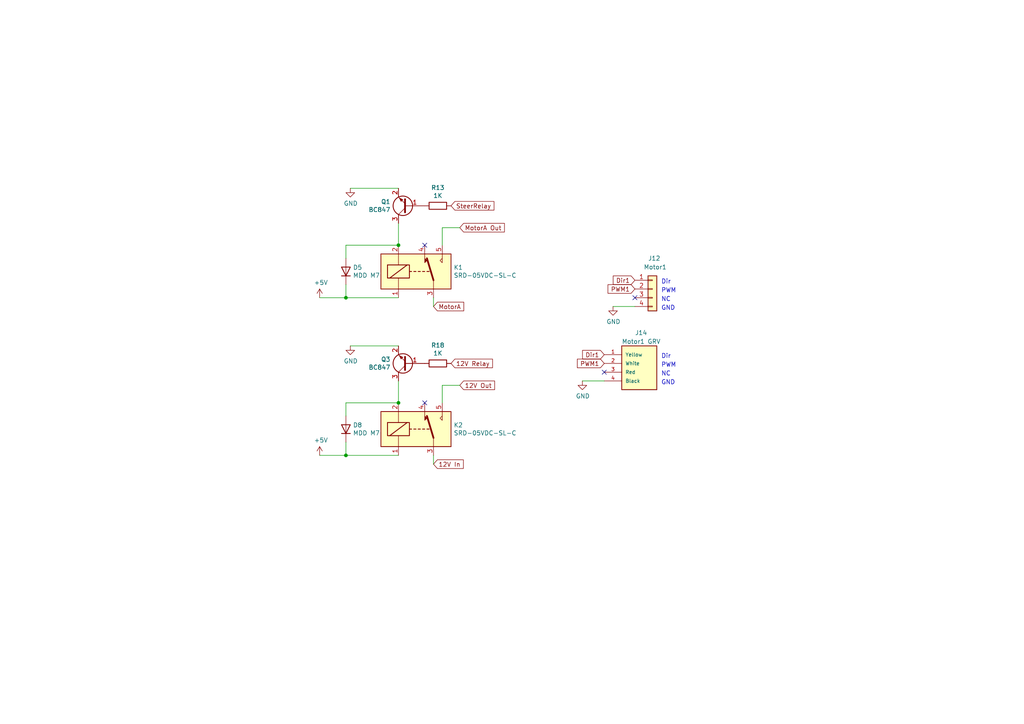
<source format=kicad_sch>
(kicad_sch (version 20211123) (generator eeschema)
  (paper "A4")
  (title_block (title "Motor") (date "2023-03-07"))
  (lib_symbols
    (symbol "Connector_Generic:Conn_01x04" (pin_names (offset 1.016) hide)
      (property "Reference" "J" (at 0 5.08 0))
      (property "Value" "Conn_01x04" (at 0 -7.62 0))
      (symbol "Conn_01x04_1_1"
        (rectangle (start -1.27 -4.953) (end 0 -5.207) (stroke (width 0.1524)))
        (rectangle (start -1.27 -2.413) (end 0 -2.667) (stroke (width 0.1524)))
        (rectangle (start -1.27 0.127) (end 0 -0.127) (stroke (width 0.1524)))
        (rectangle (start -1.27 2.667) (end 0 2.413) (stroke (width 0.1524)))
        (rectangle (start -1.27 3.81) (end 1.27 -6.35) (stroke (width 0.254)) (fill (type background)))
        (pin passive line (at -5.08 2.54 0) (length 3.81) (name "Pin_1") (number "1"))
        (pin passive line (at -5.08 0 0) (length 3.81) (name "Pin_2") (number "2"))
        (pin passive line (at -5.08 -2.54 0) (length 3.81) (name "Pin_3") (number "3"))
        (pin passive line (at -5.08 -5.08 0) (length 3.81) (name "Pin_4") (number "4"))
      )
    )
    (symbol "Device:R" (pin_numbers hide) (pin_names (offset 0))
      (property "Reference" "R" (at 2.032 0 90))
      (property "Value" "R" (at 0 0 90))
      (symbol "R_0_1"
        (rectangle (start -1.016 -2.54) (end 1.016 2.54) (stroke (width 0.254)))
      )
      (symbol "R_1_1"
        (pin passive line (at 0 3.81 270) (length 1.27) (name "~") (number "1"))
        (pin passive line (at 0 -3.81 90) (length 1.27) (name "~") (number "2"))
      )
    )
    (symbol "Diode:MRA4003T3G" (pin_numbers hide) (pin_names hide)
      (property "Reference" "D" (at 0 2.54 0))
      (property "Value" "MRA4003T3G" (at 0 -2.54 0))
      (symbol "MRA4003T3G_0_1"
        (polyline (pts (xy -1.27 1.27) (xy -1.27 -1.27)) (stroke (width 0.254)))
        (polyline (pts (xy 1.27 0) (xy -1.27 0)))
        (polyline (pts (xy 1.27 1.27) (xy 1.27 -1.27) (xy -1.27 0) (xy 1.27 1.27)) (stroke (width 0.254)))
      )
      (symbol "MRA4003T3G_1_1"
        (pin passive line (at -3.81 0 0) (length 2.54) (name "K") (number "1"))
        (pin passive line (at 3.81 0 180) (length 2.54) (name "A") (number "2"))
      )
    )
    (symbol "MyLib:Grove" (pin_names (offset 1.016))
      (property "Reference" "J" (at 0 8.89 0))
      (property "Value" "Grove" (at -2.54 6.35 0))
      (symbol "Grove_0_0"
        (rectangle (start -5.08 -7.62) (end 5.08 5.08) (stroke (width 0.254)) (fill (type background)))
        (pin passive line (at -10.16 2.54 0) (length 5.08) (name "Yellow") (number "1"))
        (pin passive line (at -10.16 0 0) (length 5.08) (name "White") (number "2"))
        (pin passive line (at -10.16 -2.54 0) (length 5.08) (name "Red") (number "3"))
        (pin passive line (at -10.16 -5.08 0) (length 5.08) (name "Black") (number "4"))
      )
    )
    (symbol "MyLib:SRD-05VDC-SL-C"
      (property "Reference" "K" (at 11.43 3.81 0))
      (property "Value" "SRD-05VDC-SL-C" (at 11.43 1.27 0))
      (symbol "SRD-05VDC-SL-C_0_0"
        (polyline (pts (xy 7.62 5.08) (xy 7.62 2.54) (xy 6.985 3.175) (xy 7.62 3.81)))
      )
      (symbol "SRD-05VDC-SL-C_0_1"
        (rectangle (start -10.16 5.08) (end 10.16 -5.08) (stroke (width 0.254)) (fill (type background)))
        (rectangle (start -8.255 1.905) (end -1.905 -1.905) (stroke (width 0.254)))
        (polyline (pts (xy -7.62 -1.905) (xy -2.54 1.905)) (stroke (width 0.254)))
        (polyline (pts (xy -5.08 -5.08) (xy -5.08 -1.905)))
        (polyline (pts (xy -5.08 5.08) (xy -5.08 1.905)))
        (polyline (pts (xy -1.905 0) (xy -1.27 0)) (stroke (width 0.254)))
        (polyline (pts (xy -0.635 0) (xy 0 0)) (stroke (width 0.254)))
        (polyline (pts (xy 0.635 0) (xy 1.27 0)) (stroke (width 0.254)))
        (polyline (pts (xy 1.905 0) (xy 2.54 0)) (stroke (width 0.254)))
        (polyline (pts (xy 3.175 0) (xy 3.81 0)) (stroke (width 0.254)))
        (polyline (pts (xy 5.08 -2.54) (xy 3.175 3.81)) (stroke (width 0.508)))
        (polyline (pts (xy 5.08 -2.54) (xy 5.08 -5.08)))
        (polyline (pts (xy 2.54 5.08) (xy 2.54 2.54) (xy 3.175 3.175) (xy 2.54 3.81)) (fill (type outline)))
      )
      (symbol "SRD-05VDC-SL-C_1_1"
        (pin passive line (at -5.08 -7.62 90) (length 2.54) (name "~") (number "1"))
        (pin passive line (at -5.08 7.62 270) (length 2.54) (name "~") (number "2"))
        (pin passive line (at 5.08 -7.62 90) (length 2.54) (name "~") (number "3"))
        (pin passive line (at 2.54 7.62 270) (length 2.54) (name "~") (number "4"))
        (pin passive line (at 7.62 7.62 270) (length 2.54) (name "~") (number "5"))
      )
    )
    (symbol "Transistor_BJT:BC847" (pin_names (offset 0) hide)
      (property "Reference" "Q" (at 5.08 1.905 0))
      (property "Value" "BC847" (at 5.08 0 0))
      (symbol "BC847_0_1"
        (polyline (pts (xy 0.635 0.635) (xy 2.54 2.54)))
        (polyline (pts (xy 0.635 -0.635) (xy 2.54 -2.54) (xy 2.54 -2.54)))
        (polyline (pts (xy 0.635 1.905) (xy 0.635 -1.905) (xy 0.635 -1.905)) (stroke (width 0.508)))
        (polyline (pts (xy 1.27 -1.778) (xy 1.778 -1.27) (xy 2.286 -2.286) (xy 1.27 -1.778) (xy 1.27 -1.778)) (fill (type outline)))
        (circle (center 1.27 0) (radius 2.8194) (stroke (width 0.254)))
      )
      (symbol "BC847_1_1"
        (pin input line (at -5.08 0 0) (length 5.715) (name "B") (number "1"))
        (pin passive line (at 2.54 -5.08 90) (length 2.54) (name "E") (number "2"))
        (pin passive line (at 2.54 5.08 270) (length 2.54) (name "C") (number "3"))
      )
    )
    (symbol "power:+5V" (power) (pin_names (offset 0))
      (property "Value" "+5V" (at 0 3.556 0))
      (symbol "+5V_0_1"
        (polyline (pts (xy -0.762 1.27) (xy 0 2.54)))
        (polyline (pts (xy 0 0) (xy 0 2.54)))
        (polyline (pts (xy 0 2.54) (xy 0.762 1.27)))
      )
      (symbol "+5V_1_1"
        (pin power_in line (at 0 0 90) (length 0) hide (name "+5V") (number "1"))
      )
    )
    (symbol "power:GND" (power) (pin_names (offset 0))
      (property "Value" "GND" (at 0 -3.81 0))
      (symbol "GND_0_1"
        (polyline (pts (xy 0 0) (xy 0 -1.27) (xy 1.27 -1.27) (xy 0 -2.54) (xy -1.27 -1.27) (xy 0 -1.27)))
      )
      (symbol "GND_1_1"
        (pin power_in line (at 0 0 270) (length 0) hide (name "GND") (number "1"))
      )
    )
  )
  (junction (at 100.33 132.08))
  (junction (at 115.57 116.84))
  (junction (at 115.57 71.12))
  (junction (at 100.33 86.36))
  (no_connect (at 184.15 86.36))
  (no_connect (at 175.26 107.95))
  (no_connect (at 123.19 116.84))
  (no_connect (at 123.19 71.12))
  (wire (pts (xy 100.33 132.08) (xy 115.57 132.08)))
  (wire (pts (xy 100.33 71.12) (xy 100.33 74.93)))
  (wire (pts (xy 115.57 71.12) (xy 100.33 71.12)))
  (wire (pts (xy 175.26 110.49) (xy 168.91 110.49)))
  (wire (pts (xy 128.27 116.84) (xy 128.27 111.76)))
  (wire (pts (xy 100.33 128.27) (xy 100.33 132.08)))
  (wire (pts (xy 128.27 111.76) (xy 133.35 111.76)))
  (wire (pts (xy 184.15 88.9) (xy 177.8 88.9)))
  (wire (pts (xy 100.33 86.36) (xy 92.71 86.36)))
  (wire (pts (xy 128.27 66.04) (xy 133.35 66.04)))
  (wire (pts (xy 100.33 116.84) (xy 100.33 120.65)))
  (wire (pts (xy 100.33 132.08) (xy 92.71 132.08)))
  (wire (pts (xy 125.73 132.08) (xy 125.73 134.62)))
  (wire (pts (xy 115.57 54.61) (xy 101.6 54.61)))
  (wire (pts (xy 128.27 71.12) (xy 128.27 66.04)))
  (wire (pts (xy 115.57 100.33) (xy 101.6 100.33)))
  (wire (pts (xy 125.73 86.36) (xy 125.73 88.9)))
  (wire (pts (xy 100.33 86.36) (xy 115.57 86.36)))
  (wire (pts (xy 115.57 116.84) (xy 100.33 116.84)))
  (wire (pts (xy 115.57 64.77) (xy 115.57 71.12)))
  (wire (pts (xy 100.33 82.55) (xy 100.33 86.36)))
  (wire (pts (xy 115.57 110.49) (xy 115.57 116.84)))
  (text "GND" (at 191.77 90.17 0) (effects (font (size 1.27 1.27)) (justify left bottom)))
  (text "Dir" (at 191.77 82.55 0) (effects (font (size 1.27 1.27)) (justify left bottom)))
  (text "PWM" (at 191.77 85.09 0) (effects (font (size 1.27 1.27)) (justify left bottom)))
  (text "GND" (at 191.77 111.76 0) (effects (font (size 1.27 1.27)) (justify left bottom)))
  (text "NC" (at 191.77 109.22 0) (effects (font (size 1.27 1.27)) (justify left bottom)))
  (text "PWM" (at 191.77 106.68 0) (effects (font (size 1.27 1.27)) (justify left bottom)))
  (text "NC" (at 191.77 87.63 0) (effects (font (size 1.27 1.27)) (justify left bottom)))
  (text "Dir" (at 191.77 104.14 0) (effects (font (size 1.27 1.27)) (justify left bottom)))
  (global_label "12V Out" (shape input) (at 133.35 111.76 0) (property "Intersheet References" "${INTERSHEET_REFS}" (effects hide)))
  (global_label "MotorA Out" (shape input) (at 133.35 66.04 0) (property "Intersheet References" "${INTERSHEET_REFS}" (effects hide)))
  (global_label "PWM1" (shape input) (at 175.26 105.41 180) (property "Intersheet References" "${INTERSHEET_REFS}" (effects hide)))
  (global_label "SteerRelay" (shape input) (at 130.81 59.69 0) (property "Intersheet References" "${INTERSHEET_REFS}" (effects hide)))
  (global_label "PWM1" (shape input) (at 184.15 83.82 180) (property "Intersheet References" "${INTERSHEET_REFS}" (effects hide)))
  (global_label "Dir1" (shape input) (at 175.26 102.87 180) (property "Intersheet References" "${INTERSHEET_REFS}" (effects hide)))
  (global_label "MotorA" (shape input) (at 125.73 88.9 0) (property "Intersheet References" "${INTERSHEET_REFS}" (effects hide)))
  (global_label "12V In" (shape input) (at 125.73 134.62 0) (property "Intersheet References" "${INTERSHEET_REFS}" (effects hide)))
  (global_label "12V Relay" (shape input) (at 130.81 105.41 0) (property "Intersheet References" "${INTERSHEET_REFS}" (effects hide)))
  (global_label "Dir1" (shape input) (at 184.15 81.28 180) (property "Intersheet References" "${INTERSHEET_REFS}" (effects hide)))
  (symbol (lib_id "Diode:MRA4003T3G") (at 100.33 78.74 90) (unit 1)
    (property "Reference" "D5" (at 102.362 77.5716 90) (effects (justify right)))
    (property "Value" "MDD M7" (at 102.362 79.883 90) (effects (justify right)))
    (property "Footprint" "Diode_SMD:D_SMA" (effects hide))
    (property "Datasheet" "https://www.lcsc.com/product-detail/Diodes-General-Purpose_MDD-Microdiode-Electronics-M7_C95872.html" (effects hide))
  )
  (symbol (lib_id "MyLib:SRD-05VDC-SL-C") (at 120.65 78.74 0) (unit 1)
    (property "Reference" "K1" (at 131.572 77.5716 0) (effects (justify left)))
    (property "Value" "SRD-05VDC-SL-C" (at 131.572 79.883 0) (effects (justify left)))
    (property "Footprint" "MyFootprints:Songle_SRD-05VDC-SL-C" (effects hide))
  )
  (symbol (lib_id "Device:R") (at 127 59.69 270) (unit 1)
    (property "Reference" "R13" (at 127 54.4322 90))
    (property "Value" "1K" (at 127 56.7436 90))
    (property "Footprint" "Resistor_SMD:R_0603_1608Metric" (effects hide))
  )
  (symbol (lib_id "power:GND") (at 168.91 110.49 0) (unit 1)
    (property "Reference" "#PWR0108" (effects hide))
    (property "Value" "GND" (at 169.037 114.8842 0))
  )
  (symbol (lib_id "MyLib:Grove") (at 185.42 105.41 0) (unit 1)
    (property "Reference" "J14" (at 184.15 96.52 0) (effects (justify left)))
    (property "Value" "Motor1 GRV" (at 180.34 99.06 0) (effects (justify left)))
    (property "Footprint" "MyFootprints:Grove" (effects hide))
  )
  (symbol (lib_id "power:GND") (at 101.6 100.33 0) (unit 1)
    (property "Reference" "#PWR064" (effects hide))
    (property "Value" "GND" (at 101.727 104.7242 0))
  )
  (symbol (lib_id "power:GND") (at 101.6 54.61 0) (unit 1)
    (property "Reference" "#PWR049" (effects hide))
    (property "Value" "GND" (at 101.727 59.0042 0))
  )
  (symbol (lib_id "MyLib:SRD-05VDC-SL-C") (at 120.65 124.46 0) (unit 1)
    (property "Reference" "K2" (at 131.572 123.2916 0) (effects (justify left)))
    (property "Value" "SRD-05VDC-SL-C" (at 131.572 125.603 0) (effects (justify left)))
    (property "Footprint" "MyFootprints:Songle_SRD-05VDC-SL-C" (effects hide))
  )
  (symbol (lib_id "power:+5V") (at 92.71 132.08 0) (unit 1)
    (property "Reference" "#PWR063" (effects hide))
    (property "Value" "+5V" (at 93.091 127.6858 0))
  )
  (symbol (lib_id "Device:R") (at 127 105.41 270) (unit 1)
    (property "Reference" "R18" (at 127 100.1522 90))
    (property "Value" "1K" (at 127 102.4636 90))
    (property "Footprint" "Resistor_SMD:R_0603_1608Metric" (effects hide))
  )
  (symbol (lib_id "power:+5V") (at 92.71 86.36 0) (unit 1)
    (property "Reference" "#PWR048" (effects hide))
    (property "Value" "+5V" (at 93.091 81.9658 0))
  )
  (symbol (lib_id "power:GND") (at 177.8 88.9 0) (unit 1)
    (property "Reference" "#PWR0109" (effects hide))
    (property "Value" "GND" (at 177.927 93.2942 0))
  )
  (symbol (lib_id "Connector_Generic:Conn_01x04") (at 189.23 83.82 0) (unit 1)
    (property "Reference" "J12" (at 187.96 74.93 0) (effects (justify left)))
    (property "Value" "Motor1" (at 186.69 77.47 0) (effects (justify left)))
    (property "Footprint" "Connector_Molex:Molex_KK-254_AE-6410-04A_1x04_P2.54mm_Vertical" (effects hide))
  )
  (symbol (lib_id "Diode:MRA4003T3G") (at 100.33 124.46 90) (unit 1)
    (property "Reference" "D8" (at 102.362 123.2916 90) (effects (justify right)))
    (property "Value" "MDD M7" (at 102.362 125.603 90) (effects (justify right)))
    (property "Footprint" "Diode_SMD:D_SMA" (effects hide))
    (property "Datasheet" "https://www.lcsc.com/product-detail/Diodes-General-Purpose_MDD-Microdiode-Electronics-M7_C95872.html" (effects hide))
  )
  (symbol (lib_id "Transistor_BJT:BC847") (at 118.11 105.41 180) (unit 1)
    (property "Reference" "Q3" (at 113.2586 104.2416 0) (effects (justify left)))
    (property "Value" "BC847" (at 113.2586 106.553 0) (effects (justify left)))
    (property "Footprint" "Package_TO_SOT_SMD:SOT-23" (effects hide))
    (property "Datasheet" "http://www.infineon.com/dgdl/Infineon-BC847SERIES_BC848SERIES_BC849SERIES_BC850SERIES-DS-v01_01-en.pdf?fileId=db3a304314dca389011541d4630a1657" (effects hide))
  )
  (symbol (lib_id "Transistor_BJT:BC847") (at 118.11 59.69 180) (unit 1)
    (property "Reference" "Q1" (at 113.2586 58.5216 0) (effects (justify left)))
    (property "Value" "BC847" (at 113.2586 60.833 0) (effects (justify left)))
    (property "Footprint" "Package_TO_SOT_SMD:SOT-23" (effects hide))
    (property "Datasheet" "http://www.infineon.com/dgdl/Infineon-BC847SERIES_BC848SERIES_BC849SERIES_BC850SERIES-DS-v01_01-en.pdf?fileId=db3a304314dca389011541d4630a1657" (effects hide))
  )
)
</source>
